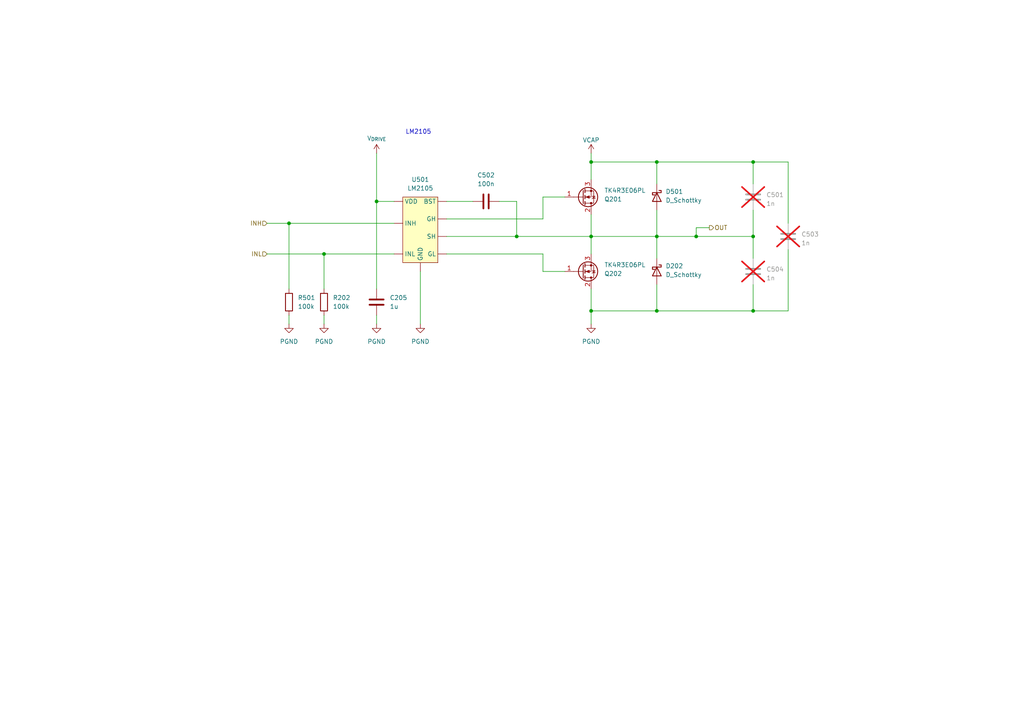
<source format=kicad_sch>
(kicad_sch (version 20240101) (generator "eeschema") (generator_version "8.99")
  (paper "A4")
  (title_block (date "2023-04-05") (rev "0.1") (company "Julien FAUCHER") (comment 1 "Defis solaires 2024"))
  (lib_symbols
    (symbol "Device:C" (pin_numbers hide) (pin_names (offset 0.254))
      (property "Reference" "C" (at 0.635 2.54 0))
      (property "Value" "C" (at 0.635 -2.54 0))
      (symbol "C_0_1"
        (polyline (pts (xy -2.032 -0.762) (xy 2.032 -0.762)) (stroke (width 0.508)))
        (polyline (pts (xy -2.032 0.762) (xy 2.032 0.762)) (stroke (width 0.508)))
      )
      (symbol "C_1_1"
        (pin passive line (at 0 3.81 270) (length 2.794) (name "~") (number "1"))
        (pin passive line (at 0 -3.81 90) (length 2.794) (name "~") (number "2"))
      )
    )
    (symbol "Device:D_Schottky" (pin_numbers hide) (pin_names (offset 1.016) hide)
      (property "Reference" "D" (at 0 2.54 0))
      (property "Value" "D_Schottky" (at 0 -2.54 0))
      (symbol "D_Schottky_0_1"
        (polyline (pts (xy 1.27 0) (xy -1.27 0)))
        (polyline (pts (xy 1.27 1.27) (xy 1.27 -1.27) (xy -1.27 0) (xy 1.27 1.27)) (stroke (width 0.254)))
        (polyline (pts (xy -1.905 0.635) (xy -1.905 1.27) (xy -1.27 1.27) (xy -1.27 -1.27) (xy -0.635 -1.27) (xy -0.635 -0.635)) (stroke (width 0.254)))
      )
      (symbol "D_Schottky_1_1"
        (pin passive line (at -3.81 0 0) (length 2.54) (name "K") (number "1"))
        (pin passive line (at 3.81 0 180) (length 2.54) (name "A") (number "2"))
      )
    )
    (symbol "Device:Q_NMOS_GDS" (pin_names (offset 0) hide)
      (property "Reference" "Q" (at 5.08 1.27 0))
      (property "Value" "Q_NMOS_GDS" (at 5.08 -1.27 0))
      (symbol "Q_NMOS_GDS_0_1"
        (polyline (pts (xy 0.254 0) (xy -2.54 0)))
        (polyline (pts (xy 0.254 1.905) (xy 0.254 -1.905)) (stroke (width 0.254)))
        (polyline (pts (xy 0.762 -1.27) (xy 0.762 -2.286)) (stroke (width 0.254)))
        (polyline (pts (xy 0.762 0.508) (xy 0.762 -0.508)) (stroke (width 0.254)))
        (polyline (pts (xy 0.762 2.286) (xy 0.762 1.27)) (stroke (width 0.254)))
        (polyline (pts (xy 2.54 2.54) (xy 2.54 1.778)))
        (polyline (pts (xy 2.54 -2.54) (xy 2.54 0) (xy 0.762 0)))
        (polyline (pts (xy 0.762 -1.778) (xy 3.302 -1.778) (xy 3.302 1.778) (xy 0.762 1.778)))
        (polyline (pts (xy 1.016 0) (xy 2.032 0.381) (xy 2.032 -0.381) (xy 1.016 0)) (fill (type outline)))
        (polyline (pts (xy 2.794 0.508) (xy 2.921 0.381) (xy 3.683 0.381) (xy 3.81 0.254)))
        (polyline (pts (xy 3.302 0.381) (xy 2.921 -0.254) (xy 3.683 -0.254) (xy 3.302 0.381)))
        (circle (center 1.651 0) (radius 2.794) (stroke (width 0.254)))
        (circle (center 2.54 -1.778) (radius 0.254) (fill (type outline)))
        (circle (center 2.54 1.778) (radius 0.254) (fill (type outline)))
      )
      (symbol "Q_NMOS_GDS_1_1"
        (pin input line (at -5.08 0 0) (length 2.54) (name "G") (number "1"))
        (pin passive line (at 2.54 5.08 270) (length 2.54) (name "D") (number "2"))
        (pin passive line (at 2.54 -5.08 90) (length 2.54) (name "S") (number "3"))
      )
    )
    (symbol "Device:R" (pin_numbers hide) (pin_names (offset 0))
      (property "Reference" "R" (at 2.032 0 90))
      (property "Value" "R" (at 0 0 90))
      (symbol "R_0_1"
        (rectangle (start -1.016 -2.54) (end 1.016 2.54) (stroke (width 0.254)))
      )
      (symbol "R_1_1"
        (pin passive line (at 0 3.81 270) (length 1.27) (name "~") (number "1"))
        (pin passive line (at 0 -3.81 90) (length 1.27) (name "~") (number "2"))
      )
    )
    (symbol "dsv4:LM2105"
      (property "Reference" "U" (at 0 10.16 0))
      (symbol "LM2105_1_1"
        (rectangle (start -5.08 8.89) (end 5.08 -10.16) (fill (type background)))
        (pin output line (at 7.62 7.62 180) (length 2.54) (name "BST") (number ""))
        (pin output line (at 7.62 2.54 180) (length 2.54) (name "GH") (number ""))
        (pin output line (at 7.62 -7.62 180) (length 2.54) (name "GL") (number ""))
        (pin power_in line (at 0 -12.7 90) (length 2.54) (name "GND") (number ""))
        (pin input line (at -7.62 1.27 0) (length 2.54) (name "INH") (number ""))
        (pin input line (at -7.62 -7.62 0) (length 2.54) (name "INL") (number ""))
        (pin output line (at 7.62 -2.54 180) (length 2.54) (name "SH") (number ""))
        (pin power_in line (at -7.62 7.62 0) (length 2.54) (name "VDD") (number ""))
      )
    )
    (symbol "power:+5V" (power) (pin_names (offset 0))
      (property "Value" "+5V" (at 0 3.556 0))
      (symbol "+5V_0_1"
        (polyline (pts (xy -0.762 1.27) (xy 0 2.54)))
        (polyline (pts (xy 0 0) (xy 0 2.54)))
        (polyline (pts (xy 0 2.54) (xy 0.762 1.27)))
      )
      (symbol "+5V_1_1"
        (pin power_in line (at 0 0 90) (length 0) hide (name "+5V") (number "1"))
      )
    )
    (symbol "power:GND" (power) (pin_names (offset 0))
      (property "Value" "GND" (at 0 -3.81 0))
      (symbol "GND_0_1"
        (polyline (pts (xy 0 0) (xy 0 -1.27) (xy 1.27 -1.27) (xy 0 -2.54) (xy -1.27 -1.27) (xy 0 -1.27)))
      )
      (symbol "GND_1_1"
        (pin power_in line (at 0 0 270) (length 0) hide (name "GND") (number "1"))
      )
    )
    (symbol "power:VCC" (power) (pin_names (offset 0))
      (property "Value" "VCC" (at 0 3.81 0))
      (symbol "VCC_0_1"
        (polyline (pts (xy -0.762 1.27) (xy 0 2.54)))
        (polyline (pts (xy 0 0) (xy 0 2.54)))
        (polyline (pts (xy 0 2.54) (xy 0.762 1.27)))
      )
      (symbol "VCC_1_1"
        (pin power_in line (at 0 0 90) (length 0) hide (name "VCC") (number "1"))
      )
    )
  )
  (junction (at 201.93 68.58))
  (junction (at 83.82 64.77))
  (junction (at 218.44 90.17))
  (junction (at 171.45 68.58))
  (junction (at 93.98 73.66))
  (junction (at 171.45 46.99))
  (junction (at 218.44 68.58))
  (junction (at 190.5 68.58))
  (junction (at 109.22 58.42))
  (junction (at 149.86 68.58))
  (junction (at 171.45 90.17))
  (junction (at 190.5 90.17))
  (junction (at 190.5 46.99))
  (junction (at 218.44 46.99))
  (wire (pts (xy 157.48 78.74) (xy 163.83 78.74)))
  (wire (pts (xy 171.45 68.58) (xy 171.45 73.66)))
  (wire (pts (xy 218.44 60.96) (xy 218.44 68.58)))
  (wire (pts (xy 228.6 72.39) (xy 228.6 90.17)))
  (wire (pts (xy 157.48 57.15) (xy 163.83 57.15)))
  (wire (pts (xy 109.22 91.44) (xy 109.22 93.98)))
  (wire (pts (xy 129.54 58.42) (xy 137.16 58.42)))
  (wire (pts (xy 114.3 58.42) (xy 109.22 58.42)))
  (wire (pts (xy 129.54 73.66) (xy 157.48 73.66)))
  (wire (pts (xy 218.44 74.93) (xy 218.44 68.58)))
  (wire (pts (xy 218.44 46.99) (xy 228.6 46.99)))
  (wire (pts (xy 149.86 68.58) (xy 171.45 68.58)))
  (wire (pts (xy 171.45 90.17) (xy 171.45 93.98)))
  (wire (pts (xy 157.48 63.5) (xy 157.48 57.15)))
  (wire (pts (xy 205.74 66.04) (xy 201.93 66.04)))
  (wire (pts (xy 190.5 68.58) (xy 201.93 68.58)))
  (wire (pts (xy 190.5 68.58) (xy 190.5 74.93)))
  (wire (pts (xy 93.98 83.82) (xy 93.98 73.66)))
  (wire (pts (xy 218.44 90.17) (xy 228.6 90.17)))
  (wire (pts (xy 190.5 46.99) (xy 218.44 46.99)))
  (wire (pts (xy 201.93 66.04) (xy 201.93 68.58)))
  (wire (pts (xy 190.5 60.96) (xy 190.5 68.58)))
  (wire (pts (xy 109.22 58.42) (xy 109.22 83.82)))
  (wire (pts (xy 190.5 90.17) (xy 218.44 90.17)))
  (wire (pts (xy 171.45 68.58) (xy 190.5 68.58)))
  (wire (pts (xy 109.22 44.45) (xy 109.22 58.42)))
  (wire (pts (xy 157.48 73.66) (xy 157.48 78.74)))
  (wire (pts (xy 93.98 73.66) (xy 114.3 73.66)))
  (wire (pts (xy 171.45 46.99) (xy 171.45 52.07)))
  (wire (pts (xy 171.45 83.82) (xy 171.45 90.17)))
  (wire (pts (xy 77.47 64.77) (xy 83.82 64.77)))
  (wire (pts (xy 93.98 91.44) (xy 93.98 93.98)))
  (wire (pts (xy 218.44 82.55) (xy 218.44 90.17)))
  (wire (pts (xy 228.6 46.99) (xy 228.6 64.77)))
  (wire (pts (xy 121.92 78.74) (xy 121.92 93.98)))
  (wire (pts (xy 171.45 44.45) (xy 171.45 46.99)))
  (wire (pts (xy 149.86 58.42) (xy 149.86 68.58)))
  (wire (pts (xy 171.45 46.99) (xy 190.5 46.99)))
  (wire (pts (xy 171.45 90.17) (xy 190.5 90.17)))
  (wire (pts (xy 190.5 82.55) (xy 190.5 90.17)))
  (wire (pts (xy 129.54 63.5) (xy 157.48 63.5)))
  (wire (pts (xy 144.78 58.42) (xy 149.86 58.42)))
  (wire (pts (xy 77.47 73.66) (xy 93.98 73.66)))
  (wire (pts (xy 201.93 68.58) (xy 218.44 68.58)))
  (wire (pts (xy 83.82 91.44) (xy 83.82 93.98)))
  (wire (pts (xy 129.54 68.58) (xy 149.86 68.58)))
  (wire (pts (xy 83.82 64.77) (xy 114.3 64.77)))
  (wire (pts (xy 218.44 46.99) (xy 218.44 53.34)))
  (wire (pts (xy 171.45 62.23) (xy 171.45 68.58)))
  (wire (pts (xy 190.5 46.99) (xy 190.5 53.34)))
  (wire (pts (xy 83.82 64.77) (xy 83.82 83.82)))
  (text "LM2105" (at 117.602 39.116 0) (effects (font (size 1.27 1.27)) (justify left bottom)))
  (hierarchical_label "INL" (shape input) (at 77.47 73.66 180))
  (hierarchical_label "INH" (shape input) (at 77.47 64.77 180))
  (hierarchical_label "OUT" (shape output) (at 205.74 66.04 0))
  (symbol (lib_id "Device:D_Schottky") (at 190.5 57.15 270) (unit 1)
    (property "Reference" "D501" (at 193.04 55.5624 90) (effects (justify left)))
    (property "Value" "D_Schottky" (at 193.04 58.1024 90) (effects (justify left)))
    (property "Description" "Schottky diode" (effects (hide yes)))
    (instances (project "dsv4" (path "" (reference "D501") (unit 1)) (path "" (reference "D201") (unit 1)) (path "" (reference "D701") (unit 1)) (path "" (reference "D901") (unit 1)) (path "" (reference "D1001") (unit 1)) (path "" (reference "D1101") (unit 1))))
  )
  (symbol (lib_id "Device:C") (at 140.97 58.42 90) (unit 1)
    (property "Reference" "C502" (at 140.97 50.8 90))
    (property "Value" "100n" (at 140.97 53.34 90))
    (instances (project "dsv4" (path "" (reference "C502") (unit 1)) (path "" (reference "C202") (unit 1)) (path "" (reference "C702") (unit 1)) (path "" (reference "C902") (unit 1)) (path "" (reference "C1002") (unit 1)) (path "" (reference "C1102") (unit 1))))
  )
  (symbol (lib_id "Device:C") (at 218.44 78.74 0) (unit 1) (in_bom no) (dnp yes)
    (property "Reference" "C504" (at 222.25 78.105 0) (effects (justify left)))
    (property "Value" "1n" (at 222.25 80.645 0) (effects (justify left)))
    (instances (project "dsv4" (path "" (reference "C504") (unit 1)) (path "" (reference "C204") (unit 1)) (path "" (reference "C704") (unit 1)) (path "" (reference "C904") (unit 1)) (path "" (reference "C1004") (unit 1)) (path "" (reference "C1104") (unit 1))))
  )
  (symbol (lib_id "power:GND") (at 171.45 93.98 0) (unit 1)
    (property "Reference" "#PWR0507" (effects (hide yes)))
    (property "Value" "PGND" (at 171.45 99.06 0))
    (instances (project "dsv4" (path "" (reference "#PWR0507") (unit 1)) (path "" (reference "#PWR0207") (unit 1)) (path "" (reference "#PWR0707") (unit 1)) (path "" (reference "#PWR0907") (unit 1)) (path "" (reference "#PWR01007") (unit 1)) (path "" (reference "#PWR01107") (unit 1))))
  )
  (symbol (lib_id "Device:C") (at 228.6 68.58 0) (unit 1) (in_bom no) (dnp yes)
    (property "Reference" "C503" (at 232.41 67.945 0) (effects (justify left)))
    (property "Value" "1n" (at 232.41 70.485 0) (effects (justify left)))
    (instances (project "dsv4" (path "" (reference "C503") (unit 1)) (path "" (reference "C203") (unit 1)) (path "" (reference "C703") (unit 1)) (path "" (reference "C903") (unit 1)) (path "" (reference "C1003") (unit 1)) (path "" (reference "C1103") (unit 1))))
  )
  (symbol (lib_id "Device:R") (at 83.82 87.63 0) (unit 1)
    (property "Reference" "R501" (at 86.36 86.3599 0) (effects (justify left)))
    (property "Value" "100k" (at 86.36 88.8999 0) (effects (justify left)))
    (property "Description" "Resistor" (effects (hide yes)))
    (instances (project "dsv4" (path "" (reference "R501") (unit 1)) (path "" (reference "R201") (unit 1)) (path "" (reference "R701") (unit 1)) (path "" (reference "R901") (unit 1)) (path "" (reference "R1001") (unit 1)) (path "" (reference "R1101") (unit 1))))
  )
  (symbol (lib_id "power:GND") (at 121.92 93.98 0) (unit 1)
    (property "Reference" "#PWR0506" (effects (hide yes)))
    (property "Value" "PGND" (at 121.92 99.06 0))
    (instances (project "dsv4" (path "" (reference "#PWR0506") (unit 1)) (path "" (reference "#PWR0206") (unit 1)) (path "" (reference "#PWR0706") (unit 1)) (path "" (reference "#PWR0906") (unit 1)) (path "" (reference "#PWR01006") (unit 1)) (path "" (reference "#PWR01106") (unit 1))))
  )
  (symbol (lib_id "dsv4:LM2105") (at 121.92 66.04 0) (unit 1)
    (property "Reference" "U501" (at 121.92 52.07 0))
    (property "Value" "LM2105" (at 121.92 54.61 0))
    (property "Footprint" "Package_SON:WSON-8-1EP_2x2mm_P0.5mm_EP0.9x1.6mm_ThermalVias" (effects (hide yes)))
    (property "Datasheet" "https://www.ti.com/lit/ds/symlink/lm2105.pdf" (effects (hide yes)))
    (instances (project "dsv4" (path "" (reference "U501") (unit 1)) (path "" (reference "U201") (unit 1)) (path "" (reference "U701") (unit 1)) (path "" (reference "U901") (unit 1)) (path "" (reference "U1001") (unit 1)) (path "" (reference "U1101") (unit 1))))
  )
  (symbol (lib_id "power:GND") (at 109.22 93.98 0) (unit 1)
    (property "Reference" "#PWR0205" (effects (hide yes)))
    (property "Value" "PGND" (at 109.22 99.06 0))
    (property "Description" "Power symbol creates a global label with name \"GND\" , ground" (effects (hide yes)))
    (instances (project "dsv4" (path "" (reference "#PWR0205") (unit 1)) (path "" (reference "#PWR0705") (unit 1)) (path "" (reference "#PWR0905") (unit 1)) (path "" (reference "#PWR01005") (unit 1)) (path "" (reference "#PWR01105") (unit 1)) (path "" (reference "#PWR0205") (unit 1))))
  )
  (symbol (lib_id "Device:Q_NMOS_GDS") (at 168.91 78.74 0) (mirror x) (unit 1)
    (property "Reference" "Q202" (at 175.26 79.375 0) (effects (justify left)))
    (property "Value" "TK4R3E06PL" (at 175.26 76.835 0) (effects (justify left)))
    (property "Footprint" "Package_TO_SOT_THT:TO-220-3_Horizontal_TabUp" (effects (hide yes)))
    (property "Datasheet" "https://www.mouser.fr/datasheet/2/408/TK4R3E06PL_datasheet_en_20210120-1075493.pdf" (effects (hide yes)))
    (property "MPN" "TK4R3E06PL" (effects (hide yes)))
    (property "Mouser SKU" " 757-TK4R3E06PLS1X " (effects (hide yes)))
    (instances (project "dsv4" (path "" (reference "Q202") (unit 1)) (path "" (reference "Q502") (unit 1)) (path "" (reference "Q702") (unit 1)) (path "" (reference "Q902") (unit 1)) (path "" (reference "Q1002") (unit 1)) (path "" (reference "Q1102") (unit 1))))
  )
  (symbol (lib_id "Device:R") (at 93.98 87.63 0) (unit 1)
    (property "Reference" "R202" (at 96.52 86.3599 0) (effects (justify left)))
    (property "Value" "100k" (at 96.52 88.8999 0) (effects (justify left)))
    (property "Description" "Resistor" (effects (hide yes)))
    (instances (project "dsv4" (path "" (reference "R202") (unit 1)) (path "" (reference "R702") (unit 1)) (path "" (reference "R902") (unit 1)) (path "" (reference "R1002") (unit 1)) (path "" (reference "R1102") (unit 1)) (path "" (reference "R202") (unit 1))))
  )
  (symbol (lib_id "Device:C") (at 218.44 57.15 0) (unit 1) (in_bom no) (dnp yes)
    (property "Reference" "C501" (at 222.25 56.515 0) (effects (justify left)))
    (property "Value" "1n" (at 222.25 59.055 0) (effects (justify left)))
    (instances (project "dsv4" (path "" (reference "C501") (unit 1)) (path "" (reference "C201") (unit 1)) (path "" (reference "C701") (unit 1)) (path "" (reference "C901") (unit 1)) (path "" (reference "C1001") (unit 1)) (path "" (reference "C1101") (unit 1))))
  )
  (symbol (lib_id "Device:D_Schottky") (at 190.5 78.74 270) (unit 1)
    (property "Reference" "D202" (at 193.04 77.1524 90) (effects (justify left)))
    (property "Value" "D_Schottky" (at 193.04 79.6924 90) (effects (justify left)))
    (property "Description" "Schottky diode" (effects (hide yes)))
    (instances (project "dsv4" (path "" (reference "D202") (unit 1)) (path "" (reference "D502") (unit 1)) (path "" (reference "D702") (unit 1)) (path "" (reference "D902") (unit 1)) (path "" (reference "D1002") (unit 1)) (path "" (reference "D1102") (unit 1))))
  )
  (symbol (lib_id "power:+5V") (at 109.22 44.45 0) (unit 1)
    (property "Reference" "#PWR0502" (effects (hide yes)))
    (property "Value" "V_{DRIVE}" (at 106.426 40.132 0) (effects (justify left)))
    (instances (project "dsv4" (path "" (reference "#PWR0502") (unit 1)) (path "" (reference "#PWR0202") (unit 1)) (path "" (reference "#PWR0702") (unit 1)) (path "" (reference "#PWR0902") (unit 1)) (path "" (reference "#PWR01002") (unit 1)) (path "" (reference "#PWR01102") (unit 1))))
  )
  (symbol (lib_id "Device:Q_NMOS_GDS") (at 168.91 57.15 0) (mirror x) (unit 1)
    (property "Reference" "Q201" (at 175.26 57.785 0) (effects (justify left)))
    (property "Value" "TK4R3E06PL" (at 175.26 55.245 0) (effects (justify left)))
    (property "Footprint" "Package_TO_SOT_THT:TO-220-3_Horizontal_TabUp" (effects (hide yes)))
    (property "Datasheet" "https://www.mouser.fr/datasheet/2/408/TK4R3E06PL_datasheet_en_20210120-1075493.pdf" (effects (hide yes)))
    (property "MPN" "TK4R3E06PL" (effects (hide yes)))
    (property "Mouser SKU" " 757-TK4R3E06PLS1X " (effects (hide yes)))
    (instances (project "dsv4" (path "" (reference "Q201") (unit 1)) (path "" (reference "Q501") (unit 1)) (path "" (reference "Q701") (unit 1)) (path "" (reference "Q901") (unit 1)) (path "" (reference "Q1001") (unit 1)) (path "" (reference "Q1101") (unit 1))))
  )
  (symbol (lib_id "power:VCC") (at 171.45 44.45 0) (unit 1)
    (property "Reference" "#PWR0501" (effects (hide yes)))
    (property "Value" "VCAP" (at 171.45 40.64 0))
    (instances (project "dsv4" (path "" (reference "#PWR0501") (unit 1)) (path "" (reference "#PWR0201") (unit 1)) (path "" (reference "#PWR0701") (unit 1)) (path "" (reference "#PWR0901") (unit 1)) (path "" (reference "#PWR01001") (unit 1)) (path "" (reference "#PWR01101") (unit 1))))
  )
  (symbol (lib_id "power:GND") (at 93.98 93.98 0) (unit 1)
    (property "Reference" "#PWR0504" (effects (hide yes)))
    (property "Value" "PGND" (at 93.98 99.06 0))
    (property "Description" "Power symbol creates a global label with name \"GND\" , ground" (effects (hide yes)))
    (instances (project "dsv4" (path "" (reference "#PWR0504") (unit 1)) (path "" (reference "#PWR0204") (unit 1)) (path "" (reference "#PWR0704") (unit 1)) (path "" (reference "#PWR0904") (unit 1)) (path "" (reference "#PWR01004") (unit 1)) (path "" (reference "#PWR01104") (unit 1))))
  )
  (symbol (lib_id "Device:C") (at 109.22 87.63 0) (unit 1)
    (property "Reference" "C205" (at 113.03 86.3599 0) (effects (justify left)))
    (property "Value" "1u" (at 113.03 88.8999 0) (effects (justify left)))
    (property "Description" "Unpolarized capacitor" (effects (hide yes)))
    (instances (project "dsv4" (path "" (reference "C205") (unit 1)) (path "" (reference "C705") (unit 1)) (path "" (reference "C905") (unit 1)) (path "" (reference "C1005") (unit 1)) (path "" (reference "C1105") (unit 1)) (path "" (reference "C205") (unit 1))))
  )
  (symbol (lib_id "power:GND") (at 83.82 93.98 0) (unit 1)
    (property "Reference" "#PWR0503" (effects (hide yes)))
    (property "Value" "PGND" (at 83.82 99.06 0))
    (property "Description" "Power symbol creates a global label with name \"GND\" , ground" (effects (hide yes)))
    (instances (project "dsv4" (path "" (reference "#PWR0503") (unit 1)) (path "" (reference "#PWR0203") (unit 1)) (path "" (reference "#PWR0703") (unit 1)) (path "" (reference "#PWR0903") (unit 1)) (path "" (reference "#PWR01003") (unit 1)) (path "" (reference "#PWR01103") (unit 1))))
  )
)
</source>
